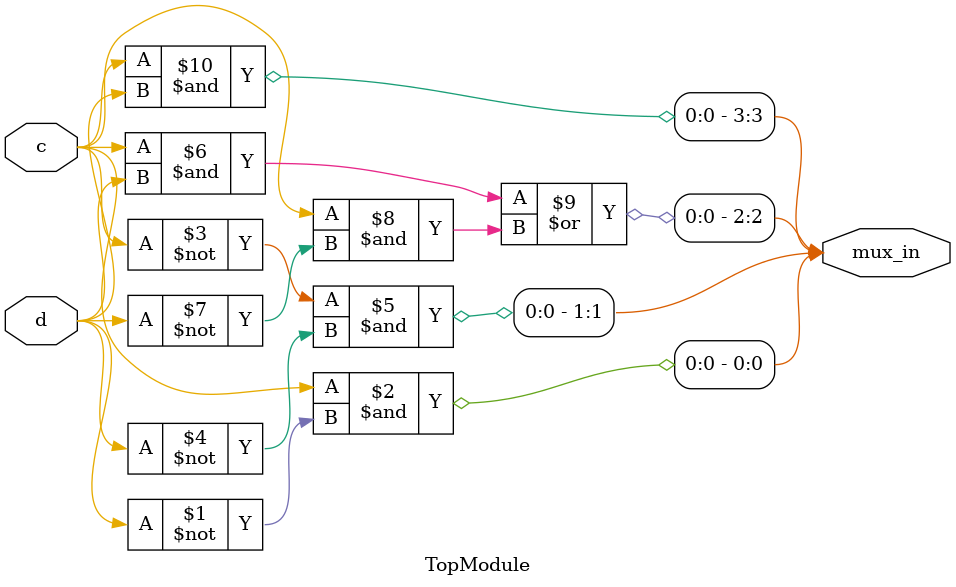
<source format=sv>
module TopModule(
    input logic c,
    input logic d,
    output logic [3:0] mux_in
);
    assign mux_in[0] = (c & ~d);       // cd = 10
    assign mux_in[1] = (~c & ~d);      // cd = 00
    assign mux_in[2] = (c & d) | (c & ~d); // cd = 11 or 10
    assign mux_in[3] = (c & d);        // cd = 11

endmodule
</source>
